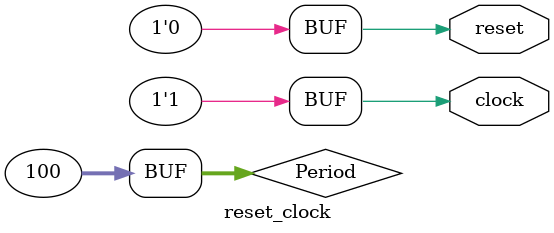
<source format=v>
`timescale 1ns / 1ns

module reset_clock (reset, clock);

   output reg reset;
   output reg clock;
   integer Period = 100;

   // reset generation
   initial
     begin
	reset <= 1;
	#(Period/5);
	reset <= 0;
     end

   // clock generation
   always
     begin
	clock <= 0;
	#(Period/2);
	clock <= 1;
	#(Period/2);
     end

endmodule

</source>
